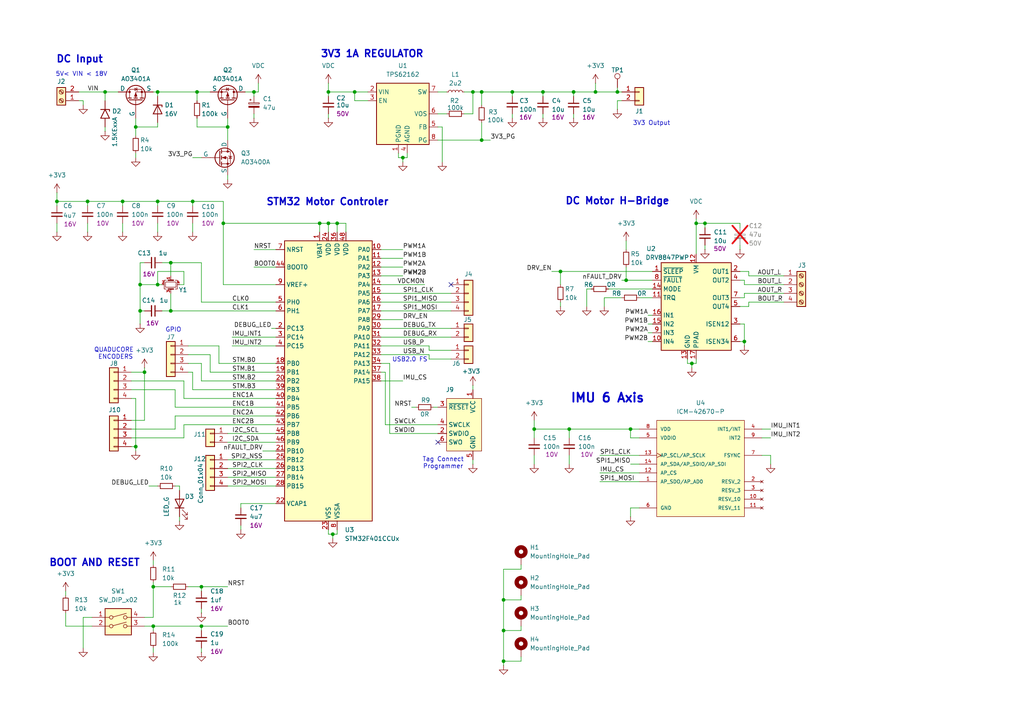
<source format=kicad_sch>
(kicad_sch (version 20231120) (generator "eeschema") (generator_version "8.0")
  (paper "A4")
  (junction (at 49.53 76.2))
  (junction (at 44.45 181.61))
  (junction (at 44.45 170.18))
  (junction (at 146.05 173.99))
  (junction (at 116.84 45.72))
  (junction (at 204.47 64.77))
  (junction (at 16.51 58.42))
  (junction (at 139.7 26.67))
  (junction (at 201.93 64.77))
  (junction (at 137.16 26.67))
  (junction (at 92.71 64.77))
  (junction (at 58.42 170.18))
  (junction (at 146.05 191.77))
  (junction (at 179.07 26.67))
  (junction (at 41.91 107.95))
  (junction (at 162.56 78.74))
  (junction (at 95.25 64.77))
  (junction (at 40.64 82.55))
  (junction (at 39.37 36.83))
  (junction (at 58.42 181.61))
  (junction (at 166.37 26.67))
  (junction (at 146.05 182.88))
  (junction (at 200.66 105.41))
  (junction (at 45.72 26.67))
  (junction (at 35.56 58.42))
  (junction (at 55.88 58.42))
  (junction (at 165.1 124.46))
  (junction (at 64.77 64.77))
  (junction (at 154.94 124.46))
  (junction (at 102.87 26.67))
  (junction (at 181.61 81.28))
  (junction (at 148.59 26.67))
  (junction (at 45.72 58.42))
  (junction (at 96.52 154.94))
  (junction (at 182.88 124.46))
  (junction (at 45.72 82.55))
  (junction (at 30.48 26.67))
  (junction (at 25.4 58.42))
  (junction (at 215.9 99.06))
  (junction (at 73.66 26.67))
  (junction (at 40.64 90.17))
  (junction (at 172.72 26.67))
  (junction (at 39.37 129.54))
  (junction (at 57.15 26.67))
  (junction (at 66.04 36.83))
  (junction (at 49.53 90.17))
  (junction (at 157.48 26.67))
  (junction (at 95.25 26.67))
  (junction (at 139.7 40.64))
  (junction (at 97.79 64.77))
  (no_connect (at 127 128.27))
  (no_connect (at 130.81 82.55))
  (wire (pts (xy 49.53 90.17) (xy 80.01 90.17)))
  (wire (pts (xy 53.34 110.49) (xy 53.34 115.57)))
  (wire (pts (xy 46.99 76.2) (xy 49.53 76.2)))
  (wire (pts (xy 157.48 26.67) (xy 166.37 26.67)))
  (wire (pts (xy 137.16 111.76) (xy 137.16 113.03)))
  (wire (pts (xy 139.7 26.67) (xy 148.59 26.67)))
  (wire (pts (xy 102.87 29.21) (xy 102.87 26.67)))
  (wire (pts (xy 64.77 82.55) (xy 80.01 82.55)))
  (wire (pts (xy 45.72 58.42) (xy 45.72 59.69)))
  (wire (pts (xy 45.72 82.55) (xy 46.99 82.55)))
  (wire (pts (xy 214.63 93.98) (xy 215.9 93.98)))
  (wire (pts (xy 182.88 124.46) (xy 185.42 124.46)))
  (wire (pts (xy 127 33.02) (xy 129.54 33.02)))
  (wire (pts (xy 53.34 82.55) (xy 53.34 78.74)))
  (wire (pts (xy 215.9 86.36) (xy 215.9 85.09)))
  (wire (pts (xy 39.37 115.57) (xy 38.1 115.57)))
  (wire (pts (xy 214.63 64.77) (xy 214.63 66.04)))
  (wire (pts (xy 217.17 87.63) (xy 227.33 87.63)))
  (wire (pts (xy 95.25 24.13) (xy 95.25 26.67)))
  (wire (pts (xy 92.71 64.77) (xy 92.71 67.31)))
  (wire (pts (xy 30.48 26.67) (xy 34.29 26.67)))
  (wire (pts (xy 124.46 104.14) (xy 130.81 104.14)))
  (wire (pts (xy 179.07 31.75) (xy 179.07 29.21)))
  (wire (pts (xy 151.13 173.99) (xy 146.05 173.99)))
  (wire (pts (xy 179.07 26.67) (xy 180.34 26.67)))
  (wire (pts (xy 95.25 26.67) (xy 102.87 26.67)))
  (wire (pts (xy 110.49 74.93) (xy 116.84 74.93)))
  (wire (pts (xy 44.45 168.91) (xy 44.45 170.18)))
  (wire (pts (xy 96.52 156.21) (xy 96.52 154.94)))
  (wire (pts (xy 53.34 123.19) (xy 80.01 123.19)))
  (wire (pts (xy 181.61 69.85) (xy 181.61 72.39)))
  (wire (pts (xy 55.88 58.42) (xy 55.88 59.69)))
  (wire (pts (xy 66.04 50.8) (xy 66.04 52.07)))
  (wire (pts (xy 52.07 149.86) (xy 52.07 151.13)))
  (wire (pts (xy 162.56 78.74) (xy 189.23 78.74)))
  (wire (pts (xy 170.18 83.82) (xy 171.45 83.82)))
  (wire (pts (xy 66.04 140.97) (xy 80.01 140.97)))
  (wire (pts (xy 66.04 135.89) (xy 80.01 135.89)))
  (wire (pts (xy 146.05 191.77) (xy 151.13 191.77)))
  (wire (pts (xy 44.45 26.67) (xy 45.72 26.67)))
  (wire (pts (xy 110.49 110.49) (xy 116.84 110.49)))
  (wire (pts (xy 182.88 124.46) (xy 182.88 127)))
  (wire (pts (xy 69.85 147.32) (xy 69.85 146.05)))
  (wire (pts (xy 50.8 113.03) (xy 38.1 113.03)))
  (wire (pts (xy 66.04 34.29) (xy 66.04 36.83)))
  (wire (pts (xy 111.76 107.95) (xy 110.49 107.95)))
  (wire (pts (xy 55.88 58.42) (xy 64.77 58.42)))
  (wire (pts (xy 214.63 99.06) (xy 215.9 99.06)))
  (wire (pts (xy 55.88 45.72) (xy 58.42 45.72)))
  (wire (pts (xy 95.25 33.02) (xy 95.25 34.29)))
  (wire (pts (xy 182.88 147.32) (xy 185.42 147.32)))
  (wire (pts (xy 22.86 26.67) (xy 30.48 26.67)))
  (wire (pts (xy 187.96 96.52) (xy 189.23 96.52)))
  (wire (pts (xy 217.17 80.01) (xy 227.33 80.01)))
  (wire (pts (xy 110.49 82.55) (xy 123.19 82.55)))
  (wire (pts (xy 187.96 93.98) (xy 189.23 93.98)))
  (wire (pts (xy 69.85 146.05) (xy 80.01 146.05)))
  (wire (pts (xy 214.63 86.36) (xy 215.9 86.36)))
  (wire (pts (xy 35.56 58.42) (xy 35.56 59.69)))
  (wire (pts (xy 25.4 58.42) (xy 35.56 58.42)))
  (wire (pts (xy 53.34 123.19) (xy 53.34 127)))
  (wire (pts (xy 151.13 191.77) (xy 151.13 190.5)))
  (wire (pts (xy 118.11 45.72) (xy 118.11 44.45)))
  (wire (pts (xy 40.64 93.98) (xy 40.64 90.17)))
  (wire (pts (xy 223.52 124.46) (xy 220.98 124.46)))
  (wire (pts (xy 146.05 165.1) (xy 146.05 173.99)))
  (wire (pts (xy 165.1 127) (xy 165.1 124.46)))
  (wire (pts (xy 38.1 107.95) (xy 41.91 107.95)))
  (wire (pts (xy 19.05 177.8) (xy 19.05 181.61)))
  (wire (pts (xy 215.9 85.09) (xy 227.33 85.09)))
  (wire (pts (xy 110.49 100.33) (xy 124.46 100.33)))
  (wire (pts (xy 40.64 76.2) (xy 40.64 82.55)))
  (wire (pts (xy 110.49 92.71) (xy 116.84 92.71)))
  (wire (pts (xy 50.8 124.46) (xy 50.8 120.65)))
  (wire (pts (xy 58.42 110.49) (xy 58.42 105.41)))
  (wire (pts (xy 52.07 82.55) (xy 53.34 82.55)))
  (wire (pts (xy 137.16 134.62) (xy 137.16 133.35)))
  (wire (pts (xy 100.33 64.77) (xy 100.33 67.31)))
  (wire (pts (xy 76.2 130.81) (xy 80.01 130.81)))
  (wire (pts (xy 44.45 182.88) (xy 44.45 181.61)))
  (wire (pts (xy 181.61 81.28) (xy 189.23 81.28)))
  (wire (pts (xy 173.99 132.08) (xy 185.42 132.08)))
  (wire (pts (xy 49.53 90.17) (xy 46.99 90.17)))
  (wire (pts (xy 39.37 36.83) (xy 45.72 36.83)))
  (wire (pts (xy 64.77 64.77) (xy 64.77 82.55)))
  (wire (pts (xy 110.49 87.63) (xy 130.81 87.63)))
  (wire (pts (xy 45.72 78.74) (xy 53.34 78.74)))
  (wire (pts (xy 179.07 25.4) (xy 179.07 26.67)))
  (wire (pts (xy 154.94 132.08) (xy 154.94 134.62)))
  (wire (pts (xy 165.1 124.46) (xy 182.88 124.46)))
  (wire (pts (xy 110.49 102.87) (xy 124.46 102.87)))
  (wire (pts (xy 40.64 76.2) (xy 41.91 76.2)))
  (wire (pts (xy 146.05 182.88) (xy 151.13 182.88)))
  (wire (pts (xy 44.45 170.18) (xy 44.45 179.07)))
  (wire (pts (xy 166.37 26.67) (xy 166.37 27.94)))
  (wire (pts (xy 71.12 26.67) (xy 73.66 26.67)))
  (wire (pts (xy 217.17 87.63) (xy 217.17 88.9)))
  (wire (pts (xy 95.25 64.77) (xy 95.25 67.31)))
  (wire (pts (xy 215.9 99.06) (xy 215.9 100.33)))
  (wire (pts (xy 124.46 101.6) (xy 130.81 101.6)))
  (wire (pts (xy 44.45 162.56) (xy 44.45 163.83)))
  (wire (pts (xy 73.66 33.02) (xy 73.66 34.29)))
  (wire (pts (xy 182.88 134.62) (xy 185.42 134.62)))
  (wire (pts (xy 115.57 45.72) (xy 116.84 45.72)))
  (wire (pts (xy 200.66 105.41) (xy 201.93 105.41)))
  (wire (pts (xy 57.15 26.67) (xy 57.15 29.21)))
  (wire (pts (xy 19.05 171.45) (xy 19.05 172.72)))
  (wire (pts (xy 44.45 181.61) (xy 58.42 181.61)))
  (wire (pts (xy 201.93 64.77) (xy 204.47 64.77)))
  (wire (pts (xy 110.49 97.79) (xy 130.81 97.79)))
  (wire (pts (xy 57.15 36.83) (xy 66.04 36.83)))
  (wire (pts (xy 175.26 86.36) (xy 180.34 86.36)))
  (wire (pts (xy 154.94 127) (xy 154.94 124.46)))
  (wire (pts (xy 38.1 124.46) (xy 50.8 124.46)))
  (wire (pts (xy 58.42 87.63) (xy 80.01 87.63)))
  (wire (pts (xy 113.03 105.41) (xy 113.03 125.73)))
  (wire (pts (xy 214.63 78.74) (xy 217.17 78.74)))
  (wire (pts (xy 63.5 105.41) (xy 80.01 105.41)))
  (wire (pts (xy 185.42 86.36) (xy 189.23 86.36)))
  (wire (pts (xy 19.05 181.61) (xy 26.67 181.61)))
  (wire (pts (xy 154.94 124.46) (xy 165.1 124.46)))
  (wire (pts (xy 30.48 26.67) (xy 30.48 29.21)))
  (wire (pts (xy 134.62 33.02) (xy 137.16 33.02)))
  (wire (pts (xy 41.91 107.95) (xy 41.91 121.92)))
  (wire (pts (xy 200.66 105.41) (xy 199.39 105.41)))
  (wire (pts (xy 166.37 26.67) (xy 172.72 26.67)))
  (wire (pts (xy 128.27 46.99) (xy 128.27 36.83)))
  (wire (pts (xy 116.84 46.99) (xy 116.84 45.72)))
  (wire (pts (xy 204.47 71.12) (xy 204.47 72.39)))
  (wire (pts (xy 49.53 85.09) (xy 49.53 90.17)))
  (wire (pts (xy 96.52 154.94) (xy 97.79 154.94)))
  (wire (pts (xy 187.96 91.44) (xy 189.23 91.44)))
  (wire (pts (xy 64.77 64.77) (xy 92.71 64.77)))
  (wire (pts (xy 43.18 140.97) (xy 45.72 140.97)))
  (wire (pts (xy 25.4 67.31) (xy 25.4 64.77)))
  (wire (pts (xy 119.38 118.11) (xy 120.65 118.11)))
  (wire (pts (xy 148.59 26.67) (xy 157.48 26.67)))
  (wire (pts (xy 181.61 77.47) (xy 181.61 81.28)))
  (wire (pts (xy 157.48 26.67) (xy 157.48 27.94)))
  (wire (pts (xy 67.31 100.33) (xy 80.01 100.33)))
  (wire (pts (xy 215.9 93.98) (xy 215.9 99.06)))
  (wire (pts (xy 151.13 182.88) (xy 151.13 181.61)))
  (wire (pts (xy 139.7 40.64) (xy 139.7 35.56)))
  (wire (pts (xy 151.13 173.99) (xy 151.13 172.72)))
  (wire (pts (xy 97.79 154.94) (xy 97.79 153.67)))
  (wire (pts (xy 173.99 139.7) (xy 185.42 139.7)))
  (wire (pts (xy 63.5 100.33) (xy 54.61 100.33)))
  (wire (pts (xy 173.99 137.16) (xy 185.42 137.16)))
  (wire (pts (xy 162.56 88.9) (xy 162.56 87.63)))
  (wire (pts (xy 35.56 67.31) (xy 35.56 64.77)))
  (wire (pts (xy 201.93 63.5) (xy 201.93 64.77)))
  (wire (pts (xy 179.07 29.21) (xy 180.34 29.21)))
  (wire (pts (xy 92.71 64.77) (xy 95.25 64.77)))
  (wire (pts (xy 58.42 110.49) (xy 80.01 110.49)))
  (wire (pts (xy 151.13 165.1) (xy 151.13 163.83)))
  (wire (pts (xy 110.49 90.17) (xy 130.81 90.17)))
  (wire (pts (xy 58.42 181.61) (xy 58.42 182.88)))
  (wire (pts (xy 66.04 133.35) (xy 80.01 133.35)))
  (wire (pts (xy 139.7 40.64) (xy 142.24 40.64)))
  (wire (pts (xy 38.1 127) (xy 53.34 127)))
  (wire (pts (xy 45.72 26.67) (xy 57.15 26.67)))
  (wire (pts (xy 58.42 87.63) (xy 58.42 76.2)))
  (wire (pts (xy 41.91 107.95) (xy 41.91 106.68)))
  (wire (pts (xy 100.33 64.77) (xy 97.79 64.77)))
  (wire (pts (xy 214.63 88.9) (xy 217.17 88.9)))
  (wire (pts (xy 223.52 132.08) (xy 223.52 134.62)))
  (wire (pts (xy 60.96 107.95) (xy 80.01 107.95)))
  (wire (pts (xy 50.8 120.65) (xy 80.01 120.65)))
  (wire (pts (xy 39.37 34.29) (xy 39.37 36.83)))
  (wire (pts (xy 16.51 58.42) (xy 16.51 59.69)))
  (wire (pts (xy 60.96 107.95) (xy 60.96 102.87)))
  (wire (pts (xy 137.16 26.67) (xy 139.7 26.67)))
  (wire (pts (xy 215.9 81.28) (xy 215.9 82.55)))
  (wire (pts (xy 113.03 125.73) (xy 127 125.73)))
  (wire (pts (xy 220.98 132.08) (xy 223.52 132.08)))
  (wire (pts (xy 58.42 181.61) (xy 66.04 181.61)))
  (wire (pts (xy 204.47 64.77) (xy 214.63 64.77)))
  (wire (pts (xy 45.72 78.74) (xy 45.72 82.55)))
  (wire (pts (xy 110.49 95.25) (xy 130.81 95.25)))
  (wire (pts (xy 113.03 105.41) (xy 110.49 105.41)))
  (wire (pts (xy 63.5 105.41) (xy 63.5 100.33)))
  (wire (pts (xy 182.88 149.86) (xy 182.88 147.32)))
  (wire (pts (xy 39.37 129.54) (xy 39.37 115.57)))
  (wire (pts (xy 146.05 173.99) (xy 146.05 182.88)))
  (wire (pts (xy 115.57 44.45) (xy 115.57 45.72)))
  (wire (pts (xy 35.56 58.42) (xy 45.72 58.42)))
  (wire (pts (xy 45.72 58.42) (xy 55.88 58.42)))
  (wire (pts (xy 40.64 82.55) (xy 45.72 82.55)))
  (wire (pts (xy 160.02 78.74) (xy 162.56 78.74)))
  (wire (pts (xy 102.87 26.67) (xy 106.68 26.67)))
  (wire (pts (xy 25.4 58.42) (xy 25.4 59.69)))
  (wire (pts (xy 199.39 104.14) (xy 199.39 105.41)))
  (wire (pts (xy 166.37 33.02) (xy 166.37 34.29)))
  (wire (pts (xy 54.61 170.18) (xy 58.42 170.18)))
  (wire (pts (xy 217.17 78.74) (xy 217.17 80.01)))
  (wire (pts (xy 39.37 130.81) (xy 39.37 129.54)))
  (wire (pts (xy 53.34 110.49) (xy 38.1 110.49)))
  (wire (pts (xy 162.56 78.74) (xy 162.56 82.55)))
  (wire (pts (xy 124.46 102.87) (xy 124.46 104.14)))
  (wire (pts (xy 146.05 182.88) (xy 146.05 191.77)))
  (wire (pts (xy 110.49 80.01) (xy 116.84 80.01)))
  (wire (pts (xy 66.04 125.73) (xy 80.01 125.73)))
  (wire (pts (xy 66.04 128.27) (xy 80.01 128.27)))
  (wire (pts (xy 124.46 100.33) (xy 124.46 101.6)))
  (wire (pts (xy 16.51 58.42) (xy 25.4 58.42)))
  (wire (pts (xy 54.61 107.95) (xy 55.88 107.95)))
  (wire (pts (xy 73.66 77.47) (xy 80.01 77.47)))
  (wire (pts (xy 66.04 138.43) (xy 80.01 138.43)))
  (wire (pts (xy 111.76 123.19) (xy 127 123.19)))
  (wire (pts (xy 53.34 115.57) (xy 80.01 115.57)))
  (wire (pts (xy 127 40.64) (xy 139.7 40.64)))
  (wire (pts (xy 137.16 26.67) (xy 137.16 33.02)))
  (wire (pts (xy 39.37 36.83) (xy 39.37 39.37)))
  (wire (pts (xy 24.13 179.07) (xy 26.67 179.07)))
  (wire (pts (xy 55.88 113.03) (xy 80.01 113.03)))
  (wire (pts (xy 30.48 38.1) (xy 30.48 36.83)))
  (wire (pts (xy 110.49 72.39) (xy 116.84 72.39)))
  (wire (pts (xy 24.13 29.21) (xy 24.13 30.48)))
  (wire (pts (xy 16.51 55.88) (xy 16.51 58.42)))
  (wire (pts (xy 45.72 67.31) (xy 45.72 64.77)))
  (wire (pts (xy 128.27 36.83) (xy 127 36.83)))
  (wire (pts (xy 73.66 72.39) (xy 80.01 72.39)))
  (wire (pts (xy 60.96 102.87) (xy 54.61 102.87)))
  (wire (pts (xy 148.59 26.67) (xy 148.59 27.94)))
  (wire (pts (xy 185.42 127) (xy 182.88 127)))
  (wire (pts (xy 64.77 58.42) (xy 64.77 64.77)))
  (wire (pts (xy 45.72 35.56) (xy 45.72 36.83)))
  (wire (pts (xy 148.59 33.02) (xy 148.59 34.29)))
  (wire (pts (xy 110.49 77.47) (xy 116.84 77.47)))
  (wire (pts (xy 66.04 36.83) (xy 66.04 40.64)))
  (wire (pts (xy 134.62 26.67) (xy 137.16 26.67)))
  (wire (pts (xy 50.8 113.03) (xy 50.8 118.11)))
  (wire (pts (xy 95.25 27.94) (xy 95.25 26.67)))
  (wire (pts (xy 95.25 154.94) (xy 95.25 153.67)))
  (wire (pts (xy 44.45 179.07) (xy 41.91 179.07)))
  (wire (pts (xy 44.45 170.18) (xy 49.53 170.18)))
  (wire (pts (xy 58.42 170.18) (xy 66.04 170.18)))
  (wire (pts (xy 40.64 82.55) (xy 40.64 90.17)))
  (wire (pts (xy 172.72 26.67) (xy 179.07 26.67)))
  (wire (pts (xy 223.52 127) (xy 220.98 127)))
  (wire (pts (xy 201.93 105.41) (xy 201.93 104.14)))
  (wire (pts (xy 58.42 76.2) (xy 49.53 76.2)))
  (wire (pts (xy 127 26.67) (xy 129.54 26.67)))
  (wire (pts (xy 55.88 107.95) (xy 55.88 113.03)))
  (wire (pts (xy 58.42 105.41) (xy 54.61 105.41)))
  (wire (pts (xy 215.9 82.55) (xy 227.33 82.55)))
  (wire (pts (xy 58.42 176.53) (xy 58.42 177.8)))
  (wire (pts (xy 125.73 118.11) (xy 127 118.11)))
  (wire (pts (xy 214.63 71.12) (xy 214.63 72.39)))
  (wire (pts (xy 95.25 64.77) (xy 97.79 64.77)))
  (wire (pts (xy 175.26 86.36) (xy 175.26 88.9)))
  (wire (pts (xy 204.47 64.77) (xy 204.47 66.04)))
  (wire (pts (xy 157.48 33.02) (xy 157.48 34.29)))
  (wire (pts (xy 74.93 24.13) (xy 74.93 26.67)))
  (wire (pts (xy 52.07 140.97) (xy 50.8 140.97)))
  (wire (pts (xy 58.42 187.96) (xy 58.42 189.23)))
  (wire (pts (xy 67.31 97.79) (xy 80.01 97.79)))
  (wire (pts (xy 116.84 45.72) (xy 118.11 45.72)))
  (wire (pts (xy 52.07 142.24) (xy 52.07 140.97)))
  (wire (pts (xy 57.15 26.67) (xy 60.96 26.67)))
  (wire (pts (xy 172.72 24.13) (xy 172.72 26.67)))
  (wire (pts (xy 200.66 106.68) (xy 200.66 105.41)))
  (wire (pts (xy 201.93 64.77) (xy 201.93 73.66)))
  (wire (pts (xy 139.7 26.67) (xy 139.7 30.48)))
  (wire (pts (xy 111.76 123.19) (xy 111.76 107.95)))
  (wire (pts (xy 24.13 29.21) (xy 22.86 29.21)))
  (wire (pts (xy 41.91 181.61) (xy 44.45 181.61)))
  (wire (pts (xy 40.64 90.17) (xy 41.91 90.17)))
  (wire (pts (xy 110.49 85.09) (xy 130.81 85.09)))
  (wire (pts (xy 170.18 83.82) (xy 170.18 88.9)))
  (wire (pts (xy 50.8 118.11) (xy 80.01 118.11)))
  (wire (pts (xy 146.05 191.77) (xy 146.05 193.04)))
  (wire (pts (xy 180.34 81.28) (xy 181.61 81.28)))
  (wire (pts (xy 106.68 29.21) (xy 102.87 29.21)))
  (wire (pts (xy 154.94 121.92) (xy 154.94 124.46)))
  (wire (pts (xy 45.72 26.67) (xy 45.72 27.94)))
  (wire (pts (xy 57.15 34.29) (xy 57.15 36.83)))
  (wire (pts (xy 96.52 154.94) (xy 95.25 154.94)))
  (wire (pts (xy 73.66 26.67) (xy 74.93 26.67)))
  (wire (pts (xy 16.51 67.31) (xy 16.51 64.77)))
  (wire (pts (xy 39.37 129.54) (xy 38.1 129.54)))
  (wire (pts (xy 176.53 83.82) (xy 189.23 83.82)))
  (wire (pts (xy 44.45 189.23) (xy 44.45 187.96)))
  (wire (pts (xy 73.66 27.94) (xy 73.66 26.67)))
  (wire (pts (xy 187.96 99.06) (xy 189.23 99.06)))
  (wire (pts (xy 55.88 67.31) (xy 55.88 64.77)))
  (wire (pts (xy 97.79 64.77) (xy 97.79 67.31)))
  (wire (pts (xy 78.74 95.25) (xy 80.01 95.25)))
  (wire (pts (xy 165.1 132.08) (xy 165.1 134.62)))
  (wire (pts (xy 39.37 44.45) (xy 39.37 45.72)))
  (wire (pts (xy 151.13 165.1) (xy 146.05 165.1)))
  (wire (pts (xy 49.53 76.2) (xy 49.53 80.01)))
  (wire (pts (xy 24.13 187.96) (xy 24.13 179.07)))
  (wire (pts (xy 69.85 152.4) (xy 69.85 153.67)))
  (wire (pts (xy 41.91 121.92) (xy 38.1 121.92)))
  (wire (pts (xy 214.63 81.28) (xy 215.9 81.28)))
  (wire (pts (xy 58.42 170.18) (xy 58.42 171.45)))
  (text "IMU 6 Axis" (at 165.354 117.094 0) (effects (font (size 2.6 2.6) (thickness 0.52) (bold yes)) (justify left bottom)))
  (text "USB2.0 FS" (at 118.872 104.394 0) (effects (font (size 1.27 1.27))))
  (text "DC Motor H-Bridge\n" (at 179.07 58.42 0) (effects (font (size 2.032 2.032) (thickness 0.4064) (bold yes))))
  (text "QUADUCORE \nENCODERS" (at 33.528 102.616 0) (effects (font (size 1.27 1.27))))
  (text "BOOT AND RESET\n" (at 27.432 163.322 0) (effects (font (size 2.032 2.032) (thickness 0.4064) (bold yes))))
  (text "Tag Connect\nProgrammer" (at 128.524 134.366 0) (effects (font (size 1.27 1.27))))
  (text "3V3 Output\n" (at 188.976 35.814 0) (effects (font (size 1.27 1.27))))
  (text "DC Input\n" (at 23.114 17.272 0) (effects (font (size 2.032 2.032) (thickness 0.4064) (bold yes))))
  (text "5V< VIN < 18V " (at 24.13 21.59 0) (effects (font (size 1.27 1.27))))
  (text "GPIO" (at 50.292 95.758 0) (effects (font (size 1.27 1.27))))
  (text "3V3 1A REGULATOR" (at 107.95 15.748 0) (effects (font (size 2.032 2.032) (thickness 0.4064) (bold yes))))
  (text "STM32 Motor Controler" (at 94.996 58.674 0) (effects (font (size 2.032 2.032) (thickness 0.4064) (bold yes))))
  (label "3V3_PG" (at 55.88 45.72 180))
  (label "PWM2B" (at 187.96 99.06 180))
  (label "STM.B1" (at 67.31 107.95 0))
  (label "AOUT_R" (at 219.71 85.09 0))
  (label "ENC1B" (at 67.31 118.11 0))
  (label "AOUT_L" (at 219.71 80.01 0))
  (label "DRV_EN" (at 116.84 92.71 0))
  (label "SPI1_MISO" (at 182.88 134.62 180))
  (label "IMU_INT1" (at 67.31 97.79 0))
  (label "BOUT_R" (at 219.71 87.63 0))
  (label "SPI1_MOSI" (at 116.84 90.17 0))
  (label "PWM1A" (at 116.84 72.39 0))
  (label "DRV_EN" (at 160.02 78.74 180))
  (label "ENC2A" (at 67.31 120.65 0))
  (label "VIN" (at 25.4 26.67 0))
  (label "PWM2B" (at 116.84 80.01 0))
  (label "BOUT_L" (at 219.71 82.55 0))
  (label "SPI1_CLK" (at 116.84 85.09 0))
  (label "NRST" (at 73.66 72.39 0))
  (label "STM.B0" (at 67.31 105.41 0))
  (label "I2C_SDA" (at 67.31 128.27 0))
  (label "IMU_INT2" (at 223.52 127 0))
  (label "ENC1A" (at 67.31 115.57 0))
  (label "IMU_INT1" (at 223.52 124.46 0))
  (label "nFAULT_DRV" (at 180.34 81.28 180))
  (label "PWM2A" (at 187.96 96.52 180))
  (label "PWM2A" (at 116.84 77.47 0))
  (label "PWM1A" (at 187.96 91.44 180))
  (label "IMU_INT2" (at 67.31 100.33 0))
  (label "SPI2_CLK" (at 67.31 135.89 0))
  (label "SPI2_MISO" (at 67.31 138.43 0))
  (label "SPI2_MOSI" (at 67.31 140.97 0))
  (label "BOOT0" (at 66.04 181.61 0))
  (label "STM.B3" (at 67.31 113.03 0))
  (label "CLK1" (at 67.31 90.17 0))
  (label "SPI1_MOSI" (at 173.99 139.7 0))
  (label "SPI1_MISO" (at 116.84 87.63 0))
  (label "BOOT0" (at 73.66 77.47 0))
  (label "DEBUG_RX" (at 116.84 97.79 0))
  (label "NRST" (at 66.04 170.18 0))
  (label "SWDIO" (at 114.3 125.73 0))
  (label "SPI1_CLK" (at 173.99 132.08 0))
  (label "SPI2_NSS" (at 76.2 133.35 180))
  (label "DEBUG_LED" (at 43.18 140.97 180))
  (label "IMU_CS" (at 116.84 110.49 0))
  (label "DEBUG_LED" (at 78.74 95.25 180))
  (label "NRST" (at 119.38 118.11 180))
  (label "PWM1B" (at 116.84 74.93 0))
  (label "STM.B2" (at 67.31 110.49 0))
  (label "CLK0" (at 67.31 87.63 0))
  (label "nFAULT_DRV" (at 76.2 130.81 180))
  (label "3V3_PG" (at 142.24 40.64 0))
  (label "DEBUG_TX" (at 116.84 95.25 0))
  (label "PWM2B" (at 116.84 80.01 0))
  (label "IMU_CS" (at 173.99 137.16 0))
  (label "USB_N" (at 116.84 102.87 0))
  (label "SWCLK" (at 114.3 123.19 0))
  (label "PWM1B" (at 187.96 93.98 180))
  (label "USB_P" (at 116.84 100.33 0))
  (label "ENC2B" (at 67.31 123.19 0))
  (label "VDCMON" (at 123.19 82.55 180))
  (label "I2C_SCL" (at 67.31 125.73 0))
  (symbol (lib_id "Simulation_SPICE:PMOS") (at 39.37 29.21 90) (unit 1)
    (property "Reference" "Q1" (at 39.37 20.32 90))
    (property "Value" "AO3401A" (at 39.37 22.86 90))
    (property "Footprint" "Package_TO_SOT_SMD:TSOT-23" (effects (hide yes)))
    (property "Datasheet" "30V 4A 44mΩ@10V,4.3A 1.4W 1.3V@250uA 1PCSPChannel SOT-23 MOSFETs ROHS" (effects (hide yes)))
    (property "Description" "30V 4A 44mΩ@10V,4.3A 1.4W 1.3V@250uA 1PCSPChannel SOT-23 MOSFETs ROHS" (effects (hide yes)))
    (property "JLC_PN" "C15127" (effects (hide yes)))
    (property "MFN" "Alpha & Omega Semicon " (effects (hide yes)))
    (property "MPN" "AO3401A" (effects (hide yes)))
  )
  (symbol (lib_name "C_Small_2") (lib_id "Device:C_Small") (at 166.37 30.48 0) (unit 1)
    (property "Reference" "C5" (at 168.91 29.2162 0) (effects (justify left)))
    (property "Value" "10u" (at 168.91 31.7562 0) (effects (justify left)))
    (property "Footprint" "Capacitor_SMD:C_0603_1608Metric" (effects (hide yes)))
    (property "Description" "Unpolarized capacitor, small symbol" (effects (hide yes)))
    (property "Voltage" "16V" (at 170.688 34.036 0))
  )
  (symbol (lib_id "power:GND") (at 69.85 153.67 0) (unit 1)
    (property "Reference" "#PWR042" (effects (hide yes)))
    (property "Value" "GND" (effects (hide yes)))
    (property "Description" "Power symbol creates a global label with name \"GND\" , ground" (effects (hide yes)))
  )
  (symbol (lib_id "power:GND") (at 148.59 34.29 0) (unit 1)
    (property "Reference" "#PWR08" (effects (hide yes)))
    (property "Value" "GND" (effects (hide yes)))
    (property "Description" "Power symbol creates a global label with name \"GND\" , ground" (effects (hide yes)))
  )
  (symbol (lib_id "Device:R_Small") (at 181.61 74.93 180) (unit 1)
    (property "Reference" "R5" (at 182.88 73.66 0) (effects (justify right)))
    (property "Value" "10k" (at 182.88 76.2 0) (effects (justify right)))
    (property "Footprint" "Resistor_SMD:R_0402_1005Metric" (effects (hide yes)))
    (property "Description" "Resistor, small symbol" (effects (hide yes)))
    (property "Tollerance" "1%" (effects (hide yes)))
  )
  (symbol (lib_id "Device:C_Polarized_Small") (at 73.66 30.48 0) (unit 1)
    (property "Reference" "C1" (at 76.2 28.6638 0) (effects (justify left)))
    (property "Value" "47u" (at 76.2 31.2038 0) (effects (justify left)))
    (property "Footprint" "Capacitor_SMD:C_0805_2012Metric" (effects (hide yes)))
    (property "Description" "Polarized capacitor, small symbol" (effects (hide yes)))
    (property "Voltage" "50V" (effects (hide yes)))
  )
  (symbol (lib_id "Regulator_Switching:TPS62162") (at 116.84 34.29 0) (unit 1)
    (property "Reference" "U1" (at 116.84 19.05 0))
    (property "Value" "TPS62162" (at 116.84 21.59 0))
    (property "Footprint" "Package_SO:MSOP-8_3x3mm_P0.65mm" (effects (hide yes)))
    (property "Datasheet" "http://www.ti.com/lit/ds/symlink/tps62160.pdf" (effects (hide yes)))
    (property "Description" "1A Step-Down Converter with DCS-Control, adjustable output, 3-17V input voltage, VSSOP-8" (effects (hide yes)))
    (property "MFN" "TPS62162" (effects (hide yes)))
  )
  (symbol (lib_id "Device:C_Small") (at 165.1 129.54 0) (unit 1)
    (property "Reference" "C16" (at 167.64 127 0) (effects (justify left)))
    (property "Value" "100n" (at 167.64 129.54 0) (effects (justify left)))
    (property "Footprint" "Capacitor_SMD:C_0402_1005Metric" (effects (hide yes)))
    (property "Description" "Unpolarized capacitor, small symbol" (effects (hide yes)))
    (property "Voltage" "10V" (at 170.18 131.826 0))
  )
  (symbol (lib_id "power:GND") (at 175.26 88.9 0) (unit 1)
    (property "Reference" "#PWR028" (effects (hide yes)))
    (property "Value" "GND" (effects (hide yes)))
    (property "Description" "Power symbol creates a global label with name \"GND\" , ground" (effects (hide yes)))
  )
  (symbol (lib_id "Connector:Screw_Terminal_01x04") (at 232.41 82.55 0) (unit 1)
    (property "Reference" "J3" (at 231.394 76.962 0) (effects (justify left)))
    (property "Value" "Conn_01x04" (effects (hide yes)))
    (property "Footprint" "TerminalBlock:TerminalBlock_Altech_AK300-4_P5.00mm" (effects (hide yes)))
    (property "Description" "Generic screw terminal, single row, 01x04, script generated (kicad-library-utils/schlib/autogen/connector/)" (effects (hide yes)))
  )
  (symbol (lib_id "power:GND") (at 200.66 106.68 0) (unit 1)
    (property "Reference" "#PWR032" (effects (hide yes)))
    (property "Value" "GND" (effects (hide yes)))
    (property "Description" "Power symbol creates a global label with name \"GND\" , ground" (effects (hide yes)))
  )
  (symbol (lib_id "power:GND") (at 96.52 156.21 0) (unit 1)
    (property "Reference" "#PWR043" (effects (hide yes)))
    (property "Value" "GND" (effects (hide yes)))
    (property "Description" "Power symbol creates a global label with name \"GND\" , ground" (effects (hide yes)))
  )
  (symbol (lib_id "power:GND") (at 214.63 72.39 0) (unit 1)
    (property "Reference" "#PWR025" (effects (hide yes)))
    (property "Value" "GND" (effects (hide yes)))
    (property "Description" "Power symbol creates a global label with name \"GND\" , ground" (effects (hide yes)))
  )
  (symbol (lib_id "power:GND") (at 35.56 67.31 0) (unit 1)
    (property "Reference" "#PWR020" (effects (hide yes)))
    (property "Value" "GND" (effects (hide yes)))
    (property "Description" "Power symbol creates a global label with name \"GND\" , ground" (effects (hide yes)))
  )
  (symbol (lib_id "power:GND") (at 204.47 72.39 0) (unit 1)
    (property "Reference" "#PWR024" (effects (hide yes)))
    (property "Value" "GND" (effects (hide yes)))
    (property "Description" "Power symbol creates a global label with name \"GND\" , ground" (effects (hide yes)))
  )
  (symbol (lib_id "Device:C_Small") (at 16.51 62.23 0) (unit 1)
    (property "Reference" "C6" (at 18.288 59.69 0) (effects (justify left)))
    (property "Value" "4u7" (at 18.288 62.4903 0) (effects (justify left)))
    (property "Footprint" "Capacitor_SMD:C_0603_1608Metric" (effects (hide yes)))
    (property "Description" "Unpolarized capacitor, small symbol" (effects (hide yes)))
    (property "Voltage" "16V" (at 20.32 65.024 0))
  )
  (symbol (lib_id "Device:R_Small") (at 57.15 31.75 0) (unit 1)
    (property "Reference" "R1" (at 58.42 30.48 0) (effects (justify left)))
    (property "Value" "100k" (at 58.42 33.02 0) (effects (justify left)))
    (property "Footprint" "Resistor_SMD:R_0402_1005Metric" (effects (hide yes)))
    (property "Description" "Resistor, small symbol" (effects (hide yes)))
    (property "Tollerance" "1%" (effects (hide yes)))
  )
  (symbol (lib_id "Device:C_Small") (at 35.56 62.23 0) (unit 1)
    (property "Reference" "C8" (at 38.1 59.6962 0) (effects (justify left)))
    (property "Value" "100n" (at 38.1 62.2362 0) (effects (justify left)))
    (property "Footprint" "Capacitor_SMD:C_0402_1005Metric" (effects (hide yes)))
    (property "Description" "Unpolarized capacitor, small symbol" (effects (hide yes)))
    (property "Voltage" "10V" (at 38.1 64.7762 0) (effects (justify left)))
  )
  (symbol (lib_id "Device:R_Small") (at 182.88 86.36 270) (unit 1)
    (property "Reference" "R8" (at 178.816 85.09 90))
    (property "Value" "0R" (at 186.182 85.09 90))
    (property "Footprint" "Resistor_SMD:R_0402_1005Metric" (effects (hide yes)))
    (property "Description" "Resistor, small symbol" (effects (hide yes)))
    (property "Tollerance" "1%" (effects (hide yes)))
  )
  (symbol (lib_id "power:+3V3") (at 154.94 121.92 0) (unit 1)
    (property "Reference" "#PWR034" (effects (hide yes)))
    (property "Value" "+3V3" (at 154.94 116.84 0))
    (property "Description" "Power symbol creates a global label with name \"+3V3\"" (effects (hide yes)))
  )
  (symbol (lib_id "power:+3V3") (at 19.05 171.45 0) (unit 1)
    (property "Reference" "#PWR045" (effects (hide yes)))
    (property "Value" "+3V3" (at 19.05 166.37 0))
    (property "Description" "Power symbol creates a global label with name \"+3V3\"" (effects (hide yes)))
  )
  (symbol (lib_id "power:GND") (at 58.42 189.23 0) (unit 1)
    (property "Reference" "#PWR049" (effects (hide yes)))
    (property "Value" "GND" (effects (hide yes)))
    (property "Description" "Power symbol creates a global label with name \"GND\" , ground" (effects (hide yes)))
  )
  (symbol (lib_id "power:GND") (at 44.45 189.23 0) (unit 1)
    (property "Reference" "#PWR048" (effects (hide yes)))
    (property "Value" "GND" (effects (hide yes)))
    (property "Description" "Power symbol creates a global label with name \"GND\" , ground" (effects (hide yes)))
  )
  (symbol (lib_id "power:GND") (at 58.42 177.8 0) (unit 1)
    (property "Reference" "#PWR046" (effects (hide yes)))
    (property "Value" "GND" (effects (hide yes)))
    (property "Description" "Power symbol creates a global label with name \"GND\" , ground" (effects (hide yes)))
  )
  (symbol (lib_name "DRV8847PWP_1") (lib_id "Driver_Motor:DRV8847PWP") (at 201.93 88.9 0) (unit 1)
    (property "Reference" "U2" (at 187.452 72.136 0) (effects (justify left)))
    (property "Value" "DRV8847PWP" (at 187.198 74.676 0) (effects (justify left)))
    (property "Footprint" "Package_SO:HTSSOP-16-1EP_4.4x5mm_P0.65mm_EP3.4x5mm_Mask2.46x2.31mm_ThermalVias" (effects (hide yes)))
    (property "Datasheet" "https://www.ti.com/lit/ds/symlink/drv8847.pdf" (effects (hide yes)))
    (property "Description" "Dual H-Bridge Motor Driver, 1A, HTSSOP-16" (effects (hide yes)))
    (property "MFN" "DRV8847PWP" (effects (hide yes)))
  )
  (symbol (lib_id "power:GND") (at 154.94 134.62 0) (unit 1)
    (property "Reference" "#PWR037" (effects (hide yes)))
    (property "Value" "GND" (effects (hide yes)))
    (property "Description" "Power symbol creates a global label with name \"GND\" , ground" (effects (hide yes)))
  )
  (symbol (lib_id "Device:L_Small") (at 132.08 26.67 90) (unit 1)
    (property "Reference" "L1" (at 132.08 21.59 90))
    (property "Value" "2u2" (at 132.08 24.13 90))
    (property "Footprint" "Inductor_SMD:L_0603_1608Metric" (effects (hide yes)))
    (property "Description" "Inductor, small symbol" (effects (hide yes)))
  )
  (symbol (lib_id "power:+3V3") (at 41.91 106.68 0) (mirror y) (unit 1)
    (property "Reference" "#PWR031" (effects (hide yes)))
    (property "Value" "+3V3" (at 41.91 101.6 0))
    (property "Description" "Power symbol creates a global label with name \"+3V3\"" (effects (hide yes)))
  )
  (symbol (lib_id "Device:C_Small") (at 58.42 185.42 0) (unit 1)
    (property "Reference" "C19" (at 60.96 183.896 0) (effects (justify left)))
    (property "Value" "1u" (at 60.96 186.436 0) (effects (justify left)))
    (property "Footprint" "Capacitor_SMD:C_0402_1005Metric" (effects (hide yes)))
    (property "Description" "Unpolarized capacitor, small symbol" (effects (hide yes)))
    (property "Voltage" "16V" (at 60.96 188.976 0) (effects (justify left)))
  )
  (symbol (lib_id "power:GND") (at 165.1 134.62 0) (unit 1)
    (property "Reference" "#PWR038" (effects (hide yes)))
    (property "Value" "GND" (effects (hide yes)))
    (property "Description" "Power symbol creates a global label with name \"GND\" , ground" (effects (hide yes)))
  )
  (symbol (lib_id "power:GND") (at 73.66 34.29 0) (unit 1)
    (property "Reference" "#PWR06" (effects (hide yes)))
    (property "Value" "GND" (effects (hide yes)))
    (property "Description" "Power symbol creates a global label with name \"GND\" , ground" (effects (hide yes)))
  )
  (symbol (lib_id "Connector_Generic:Conn_01x04") (at 49.53 102.87 0) (mirror y) (unit 1)
    (property "Reference" "J7" (at 49.53 97.79 0))
    (property "Value" "Conn_01x04" (effects (hide yes)))
    (property "Footprint" "Connector_JST:JST_XH_B4B-XH-A_1x04_P2.50mm_Vertical" (effects (hide yes)))
    (property "Description" "Generic connector, single row, 01x04, script generated (kicad-library-utils/schlib/autogen/connector/)" (effects (hide yes)))
  )
  (symbol (lib_id "power:GND") (at 128.27 46.99 0) (unit 1)
    (property "Reference" "#PWR014" (effects (hide yes)))
    (property "Value" "GND" (effects (hide yes)))
    (property "Description" "Power symbol creates a global label with name \"GND\" , ground" (effects (hide yes)))
  )
  (symbol (lib_id "power:GND") (at 39.37 130.81 0) (mirror y) (unit 1)
    (property "Reference" "#PWR035" (effects (hide yes)))
    (property "Value" "GND" (effects (hide yes)))
    (property "Description" "Power symbol creates a global label with name \"GND\" , ground" (effects (hide yes)))
  )
  (symbol (lib_id "Simulation_SPICE:NMOS") (at 63.5 45.72 0) (unit 1)
    (property "Reference" "Q3" (at 69.85 44.4499 0) (effects (justify left)))
    (property "Value" "AO3400A" (at 69.85 46.9899 0) (effects (justify left)))
    (property "Footprint" "Package_TO_SOT_SMD:TSOT-23" (effects (hide yes)))
    (property "Datasheet" "https://wmsc.lcsc.com/wmsc/upload/file/pdf/v2/lcsc/1811081213_Alpha---Omega-Semicon-AO3400A_C20917.pdf" (effects (hide yes)))
    (property "Description" "30V 5.7A 26.5mΩ@10V,5.7A 1.4W 1.5V@250uA 1PCSNChannel SOT-23-3L MOSFETs ROHS " (effects (hide yes)))
    (property "JLC_PN" "C20917" (effects (hide yes)))
    (property "MFN" "Alpha & Omega Semicon " (effects (hide yes)))
    (property "MPN" "AO3400A" (effects (hide yes)))
  )
  (symbol (lib_id "Device:C_Small") (at 69.85 149.86 0) (unit 1)
    (property "Reference" "C17" (at 72.39 147.3262 0) (effects (justify left)))
    (property "Value" "4u7" (at 72.39 149.8662 0) (effects (justify left)))
    (property "Footprint" "Capacitor_SMD:C_0603_1608Metric" (effects (hide yes)))
    (property "Description" "Unpolarized capacitor, small symbol" (effects (hide yes)))
    (property "Voltage" "16V" (at 72.39 152.4062 0) (effects (justify left)))
  )
  (symbol (lib_id "Device:C_Small") (at 55.88 62.23 0) (unit 1)
    (property "Reference" "C10" (at 58.42 59.944 0) (effects (justify left)))
    (property "Value" "100n" (at 58.42 62.2362 0) (effects (justify left)))
    (property "Footprint" "Capacitor_SMD:C_0402_1005Metric" (effects (hide yes)))
    (property "Description" "Unpolarized capacitor, small symbol" (effects (hide yes)))
    (property "Voltage" "10V" (at 58.42 64.7762 0) (effects (justify left)))
  )
  (symbol (lib_id "Connector_Generic:Conn_01x02") (at 135.89 95.25 0) (unit 1)
    (property "Reference" "J5" (at 135.636 92.71 0))
    (property "Value" "Conn_01x02" (effects (hide yes)))
    (property "Footprint" "Connector_JST:JST_XH_B2B-XH-A_1x02_P2.50mm_Vertical" (effects (hide yes)))
    (property "Description" "Generic connector, single row, 01x02, script generated (kicad-library-utils/schlib/autogen/connector/)" (effects (hide yes)))
  )
  (symbol (lib_id "power:+3V3") (at 181.61 69.85 0) (unit 1)
    (property "Reference" "#PWR023" (effects (hide yes)))
    (property "Value" "+3V3" (at 181.61 64.77 0))
    (property "Description" "Power symbol creates a global label with name \"+3V3\"" (effects (hide yes)))
  )
  (symbol (lib_id "Device:C_Small") (at 45.72 62.23 0) (unit 1)
    (property "Reference" "C9" (at 48.26 59.6962 0) (effects (justify left)))
    (property "Value" "100n" (at 48.26 62.2362 0) (effects (justify left)))
    (property "Footprint" "Capacitor_SMD:C_0402_1005Metric" (effects (hide yes)))
    (property "Description" "Unpolarized capacitor, small symbol" (effects (hide yes)))
    (property "Voltage" "10V" (at 48.26 64.7762 0) (effects (justify left)))
  )
  (symbol (lib_id "power:GND") (at 16.51 67.31 0) (unit 1)
    (property "Reference" "#PWR018" (effects (hide yes)))
    (property "Value" "GND" (effects (hide yes)))
    (property "Description" "Power symbol creates a global label with name \"GND\" , ground" (effects (hide yes)))
  )
  (symbol (lib_id "MCU_ST_STM32F4:STM32F401CCUx") (at 95.25 110.49 0) (unit 1)
    (property "Reference" "U3" (at 99.9841 153.67 0) (effects (justify left)))
    (property "Value" "STM32F401CCUx" (at 99.9841 156.21 0) (effects (justify left)))
    (property "Footprint" "Package_DFN_QFN:QFN-48-1EP_7x7mm_P0.5mm_EP5.6x5.6mm" (effects (hide yes)))
    (property "Datasheet" "https://www.st.com/resource/en/datasheet/stm32f401cc.pdf" (effects (hide yes)))
    (property "Description" "STMicroelectronics Arm Cortex-M4 MCU, 256KB flash, 64KB RAM, 84 MHz, 1.7-3.6V, 36 GPIO, UFQFPN48" (effects (hide yes)))
    (property "MFN" "STM32F401CCU6E" (effects (hide yes)))
  )
  (symbol (lib_id "Device:D_Zener") (at 45.72 31.75 270) (unit 1)
    (property "Reference" "D1" (at 47.752 30.48 90) (effects (justify left)))
    (property "Value" "16V" (at 47.752 33.02 90) (effects (justify left)))
    (property "Footprint" "Diode_SMD:D_0402_1005Metric" (effects (hide yes)))
    (property "Description" "Zener diode" (effects (hide yes)))
  )
  (symbol (lib_id "Device:R_Small") (at 123.19 118.11 270) (unit 1)
    (property "Reference" "R9" (at 123.444 116.078 90))
    (property "Value" "0R" (at 123.19 120.142 90))
    (property "Footprint" "Resistor_SMD:R_0402_1005Metric" (effects (hide yes)))
    (property "Description" "Resistor, small symbol" (effects (hide yes)))
    (property "Tollerance" "1%" (effects (hide yes)))
  )
  (symbol (lib_id "Mechanical:MountingHole_Pad") (at 151.13 179.07 0) (unit 1) (exclude_from_sim yes) (in_bom no)
    (property "Reference" "H3" (at 153.67 176.5299 0) (effects (justify left)))
    (property "Value" "MountingHole_Pad" (at 153.67 179.0699 0) (effects (justify left)))
    (property "Footprint" "MountingHole:MountingHole_2.5mm_Pad_TopBottom" (effects (hide yes)))
    (property "Description" "Mounting Hole with connection" (effects (hide yes)))
  )
  (symbol (lib_id "power:GND") (at 24.13 30.48 0) (unit 1)
    (property "Reference" "#PWR04" (effects (hide yes)))
    (property "Value" "GND" (effects (hide yes)))
    (property "Description" "Power symbol creates a global label with name \"GND\" , ground" (effects (hide yes)))
  )
  (symbol (lib_id "Device:R_Small") (at 162.56 85.09 180) (unit 1)
    (property "Reference" "R7" (at 163.83 83.82 0) (effects (justify right)))
    (property "Value" "10k" (at 163.83 86.36 0) (effects (justify right)))
    (property "Footprint" "Resistor_SMD:R_0402_1005Metric" (effects (hide yes)))
    (property "Description" "Resistor, small symbol" (effects (hide yes)))
    (property "Tollerance" "1%" (effects (hide yes)))
  )
  (symbol (lib_id "power:GND") (at 30.48 38.1 0) (unit 1)
    (property "Reference" "#PWR011" (effects (hide yes)))
    (property "Value" "GND" (effects (hide yes)))
    (property "Description" "Power symbol creates a global label with name \"GND\" , ground" (effects (hide yes)))
  )
  (symbol (lib_id "Device:R_Small") (at 48.26 140.97 270) (unit 1)
    (property "Reference" "R10" (at 48.26 135.89 90))
    (property "Value" "10k" (at 48.26 138.43 90))
    (property "Footprint" "Resistor_SMD:R_0402_1005Metric" (effects (hide yes)))
    (property "Description" "Resistor, small symbol" (effects (hide yes)))
    (property "Tollerance" "1%" (effects (hide yes)))
  )
  (symbol (lib_id "Device:R_Small") (at 44.45 166.37 180) (unit 1)
    (property "Reference" "R11" (at 46.99 165.0999 0) (effects (justify right)))
    (property "Value" "10k" (at 46.99 167.6399 0) (effects (justify right)))
    (property "Footprint" "Resistor_SMD:R_0402_1005Metric" (effects (hide yes)))
    (property "Description" "Resistor, small symbol" (effects (hide yes)))
    (property "Tollerance" "1%" (effects (hide yes)))
  )
  (symbol (lib_id "power:GND") (at 66.04 52.07 0) (unit 1)
    (property "Reference" "#PWR015" (effects (hide yes)))
    (property "Value" "GND" (effects (hide yes)))
    (property "Description" "Power symbol creates a global label with name \"GND\" , ground" (effects (hide yes)))
  )
  (symbol (lib_id "power:GND") (at 137.16 134.62 0) (unit 1)
    (property "Reference" "#PWR036" (effects (hide yes)))
    (property "Value" "GND" (effects (hide yes)))
    (property "Description" "Power symbol creates a global label with name \"GND\" , ground" (effects (hide yes)))
  )
  (symbol (lib_name "C_Small_2") (lib_id "Device:C_Small") (at 204.47 68.58 0) (unit 1)
    (property "Reference" "C11" (at 207.01 67.3162 0) (effects (justify left)))
    (property "Value" "10u" (at 207.01 69.8562 0) (effects (justify left)))
    (property "Footprint" "Capacitor_SMD:C_0603_1608Metric" (effects (hide yes)))
    (property "Description" "Unpolarized capacitor, small symbol" (effects (hide yes)))
    (property "Voltage" "50V" (at 208.788 72.136 0))
  )
  (symbol (lib_id "power:GND") (at 166.37 34.29 0) (unit 1)
    (property "Reference" "#PWR010" (effects (hide yes)))
    (property "Value" "GND" (effects (hide yes)))
    (property "Description" "Power symbol creates a global label with name \"GND\" , ground" (effects (hide yes)))
  )
  (symbol (lib_id "power:GND") (at 162.56 88.9 0) (unit 1)
    (property "Reference" "#PWR026" (effects (hide yes)))
    (property "Value" "GND" (effects (hide yes)))
    (property "Description" "Power symbol creates a global label with name \"GND\" , ground" (effects (hide yes)))
  )
  (symbol (lib_id "Device:R_Small") (at 139.7 33.02 180) (unit 1)
    (property "Reference" "R3" (at 143.002 32.512 0))
    (property "Value" "100k" (at 143.764 34.798 0))
    (property "Footprint" "Resistor_SMD:R_0402_1005Metric" (effects (hide yes)))
    (property "Description" "Resistor, small symbol" (effects (hide yes)))
    (property "Tollerance" "1%" (effects (hide yes)))
  )
  (symbol (lib_id "Connector:Screw_Terminal_01x02") (at 17.78 29.21 180) (unit 1)
    (property "Reference" "J2" (at 17.78 23.622 0))
    (property "Value" "Conn_01x02" (effects (hide yes)))
    (property "Footprint" "TerminalBlock_Phoenix:TerminalBlock_Phoenix_MKDS-1,5-2_1x02_P5.00mm_Horizontal" (effects (hide yes)))
    (property "Description" "Generic screw terminal, single row, 01x02, script generated (kicad-library-utils/schlib/autogen/connector/)" (effects (hide yes)))
  )
  (symbol (lib_id "Device:R_Small") (at 19.05 175.26 180) (unit 1)
    (property "Reference" "R13" (at 21.59 173.99 0) (effects (justify right)))
    (property "Value" "10k" (at 21.59 176.53 0) (effects (justify right)))
    (property "Footprint" "Resistor_SMD:R_0402_1005Metric" (effects (hide yes)))
    (property "Description" "Resistor, small symbol" (effects (hide yes)))
    (property "Tollerance" "1%" (effects (hide yes)))
  )
  (symbol (lib_id "Connector_Generic:Conn_01x04") (at 33.02 110.49 0) (mirror y) (unit 1)
    (property "Reference" "J8" (at 33.02 105.41 0))
    (property "Value" "Conn_01x04" (effects (hide yes)))
    (property "Footprint" "Connector_JST:JST_XH_B4B-XH-A_1x04_P2.50mm_Vertical" (effects (hide yes)))
    (property "Description" "Generic connector, single row, 01x04, script generated (kicad-library-utils/schlib/autogen/connector/)" (effects (hide yes)))
  )
  (symbol (lib_id "power:GND") (at 40.64 93.98 0) (unit 1)
    (property "Reference" "#PWR029" (effects (hide yes)))
    (property "Value" "GND" (effects (hide yes)))
    (property "Description" "Power symbol creates a global label with name \"GND\" , ground" (effects (hide yes)))
  )
  (symbol (lib_id "power:GND") (at 182.88 149.86 0) (unit 1)
    (property "Reference" "#PWR040" (effects (hide yes)))
    (property "Value" "GND" (effects (hide yes)))
    (property "Description" "Power symbol creates a global label with name \"GND\" , ground" (effects (hide yes)))
  )
  (symbol (lib_id "Connector_Generic:Conn_01x04") (at 135.89 85.09 0) (unit 1)
    (property "Reference" "J4" (at 135.89 79.502 0))
    (property "Value" "Conn_01x04" (effects (hide yes)))
    (property "Footprint" "Connector_JST:JST_XH_B4B-XH-A_1x04_P2.50mm_Vertical" (effects (hide yes)))
    (property "Description" "Generic connector, single row, 01x04, script generated (kicad-library-utils/schlib/autogen/connector/)" (effects (hide yes)))
  )
  (symbol (lib_id "Device:LED") (at 52.07 146.05 90) (unit 1)
    (property "Reference" "D3" (at 53.594 144.018 90) (effects (justify right)))
    (property "Value" "LED_G" (at 48.26 144.018 0) (effects (justify right)))
    (property "Footprint" "Diode_SMD:D_0402_1005Metric" (effects (hide yes)))
    (property "Description" "Light emitting diode" (effects (hide yes)))
  )
  (symbol (lib_id "Device:R_Small") (at 39.37 41.91 0) (unit 1)
    (property "Reference" "R4" (at 40.64 40.64 0) (effects (justify left)))
    (property "Value" "10k" (at 40.64 43.18 0) (effects (justify left)))
    (property "Footprint" "Resistor_SMD:R_0402_1005Metric" (effects (hide yes)))
    (property "Description" "Resistor, small symbol" (effects (hide yes)))
    (property "Tollerance" "1%" (effects (hide yes)))
  )
  (symbol (lib_id "power:GND") (at 52.07 151.13 0) (unit 1)
    (property "Reference" "#PWR041" (effects (hide yes)))
    (property "Value" "GND" (effects (hide yes)))
    (property "Description" "Power symbol creates a global label with name \"GND\" , ground" (effects (hide yes)))
  )
  (symbol (lib_id "power:GND") (at 24.13 187.96 0) (mirror y) (unit 1)
    (property "Reference" "#PWR047" (effects (hide yes)))
    (property "Value" "GND" (effects (hide yes)))
    (property "Description" "Power symbol creates a global label with name \"GND\" , ground" (effects (hide yes)))
  )
  (symbol (lib_id "power:GND") (at 116.84 46.99 0) (unit 1)
    (property "Reference" "#PWR013" (effects (hide yes)))
    (property "Value" "GND" (effects (hide yes)))
    (property "Description" "Power symbol creates a global label with name \"GND\" , ground" (effects (hide yes)))
  )
  (symbol (lib_id "power:GND") (at 170.18 88.9 0) (unit 1)
    (property "Reference" "#PWR027" (effects (hide yes)))
    (property "Value" "GND" (effects (hide yes)))
    (property "Description" "Power symbol creates a global label with name \"GND\" , ground" (effects (hide yes)))
  )
  (symbol (lib_id "power:GND") (at 223.52 134.62 0) (unit 1)
    (property "Reference" "#PWR039" (effects (hide yes)))
    (property "Value" "GND" (effects (hide yes)))
    (property "Description" "Power symbol creates a global label with name \"GND\" , ground" (effects (hide yes)))
  )
  (symbol (lib_id "Device:C_Polarized_Small") (at 214.63 68.58 0) (unit 1) (dnp yes)
    (property "Reference" "C12" (at 217.17 65.4938 0) (effects (justify left)))
    (property "Value" "47u" (at 217.17 68.0338 0) (effects (justify left)))
    (property "Footprint" "Capacitor_SMD:C_0805_2012Metric" (effects (hide yes)))
    (property "Description" "Polarized capacitor, small symbol" (effects (hide yes)))
    (property "Voltage" "50V" (at 217.17 70.5738 0) (effects (justify left)))
  )
  (symbol (lib_id "Device:C_Small") (at 25.4 62.23 0) (unit 1)
    (property "Reference" "C7" (at 27.94 59.6962 0) (effects (justify left)))
    (property "Value" "100n" (at 27.94 62.2362 0) (effects (justify left)))
    (property "Footprint" "Capacitor_SMD:C_0402_1005Metric" (effects (hide yes)))
    (property "Description" "Unpolarized capacitor, small symbol" (effects (hide yes)))
    (property "Voltage" "10V" (at 27.94 64.7762 0) (effects (justify left)))
  )
  (symbol (lib_id "Diode:1.5KExxA") (at 30.48 33.02 270) (unit 1)
    (property "Reference" "D2" (at 32.512 32.258 90) (effects (justify left)))
    (property "Value" "1.5KExxA" (at 33.274 42.672 0) (effects (justify right)))
    (property "Footprint" "Diode_SMD:D_0805_2012Metric" (effects (hide yes)))
    (property "Datasheet" "https://www.vishay.com/docs/88301/15ke.pdf" (effects (hide yes)))
    (property "Description" "1500W unidirectional TRANSZORB® Transient Voltage Suppressor, DO-201AE" (effects (hide yes)))
  )
  (symbol (lib_id "power:VDC") (at 74.93 24.13 0) (unit 1)
    (property "Reference" "#PWR01" (effects (hide yes)))
    (property "Value" "VDC" (at 74.93 19.05 0))
    (property "Description" "Power symbol creates a global label with name \"VDC\"" (effects (hide yes)))
  )
  (symbol (lib_id "power:VDC") (at 201.93 63.5 0) (unit 1)
    (property "Reference" "#PWR017" (effects (hide yes)))
    (property "Value" "VDC" (at 201.93 58.42 0))
    (property "Description" "Power symbol creates a global label with name \"VDC\"" (effects (hide yes)))
  )
  (symbol (lib_id "Connector_Generic:Conn_01x02") (at 185.42 26.67 0) (unit 1)
    (property "Reference" "J1" (at 185.42 32.258 0))
    (property "Value" "Conn_01x02" (effects (hide yes)))
    (property "Footprint" "TerminalBlock_Phoenix:TerminalBlock_Phoenix_MKDS-1,5-2_1x02_P5.00mm_Horizontal" (effects (hide yes)))
    (property "Description" "Generic connector, single row, 01x02, script generated (kicad-library-utils/schlib/autogen/connector/)" (effects (hide yes)))
  )
  (symbol (lib_id "Mechanical:MountingHole_Pad") (at 151.13 161.29 0) (unit 1) (exclude_from_sim yes) (in_bom no)
    (property "Reference" "H1" (at 153.67 158.7499 0) (effects (justify left)))
    (property "Value" "MountingHole_Pad" (at 153.67 161.2899 0) (effects (justify left)))
    (property "Footprint" "MountingHole:MountingHole_2.5mm_Pad_TopBottom" (effects (hide yes)))
    (property "Description" "Mounting Hole with connection" (effects (hide yes)))
  )
  (symbol (lib_id "Device:R_Small") (at 52.07 170.18 90) (unit 1)
    (property "Reference" "R12" (at 52.07 172.72 90))
    (property "Value" "1k" (at 51.562 174.752 90))
    (property "Footprint" "Resistor_SMD:R_0402_1005Metric" (effects (hide yes)))
    (property "Description" "Resistor, small symbol" (effects (hide yes)))
  )
  (symbol (lib_id "power:GND") (at 215.9 100.33 0) (unit 1)
    (property "Reference" "#PWR030" (effects (hide yes)))
    (property "Value" "GND" (effects (hide yes)))
    (property "Description" "Power symbol creates a global label with name \"GND\" , ground" (effects (hide yes)))
  )
  (symbol (lib_id "Sensor_Motion:ICM-42670-P") (at 190.5 121.92 0) (unit 1)
    (property "Reference" "U4" (at 203.2 116.84 0))
    (property "Value" "ICM-42670-P" (at 203.2 119.38 0))
    (property "Footprint" "Package_LGA:LGA-14_3x2.5mm_P0.5mm_LayoutBorder3x4y" (effects (hide yes)))
    (property "Datasheet" "https://product.tdk.com/system/files/dam/doc/product/sensor/mortion-inertial/imu/data_sheet/ds-000451-icm-42670-p.pdf" (effects (hide yes)))
    (property "MFN" "ICM-42670-P" (effects (hide yes)))
  )
  (symbol (lib_id "power:GND") (at 55.88 67.31 0) (unit 1)
    (property "Reference" "#PWR022" (effects (hide yes)))
    (property "Value" "GND" (effects (hide yes)))
    (property "Description" "Power symbol creates a global label with name \"GND\" , ground" (effects (hide yes)))
  )
  (symbol (lib_id "power:VDC") (at 95.25 24.13 0) (unit 1)
    (property "Reference" "#PWR02" (effects (hide yes)))
    (property "Value" "VDC" (at 95.25 19.05 0))
    (property "Description" "Power symbol creates a global label with name \"VDC\"" (effects (hide yes)))
  )
  (symbol (lib_id "Device:R_Small") (at 173.99 83.82 270) (unit 1)
    (property "Reference" "R6" (at 170.688 82.55 90))
    (property "Value" "0R" (at 177.292 82.55 90))
    (property "Footprint" "Resistor_SMD:R_0402_1005Metric" (effects (hide yes)))
    (property "Description" "Resistor, small symbol" (effects (hide yes)))
    (property "Tollerance" "1%" (effects (hide yes)))
  )
  (symbol (lib_id "Connector:TestPoint") (at 179.07 25.4 0) (unit 1)
    (property "Reference" "TP1" (at 177.292 20.32 0) (effects (justify left)))
    (property "Value" "TestPoint" (effects (hide yes)))
    (property "Footprint" "TestPoint:TestPoint_Pad_D1.0mm" (effects (hide yes)))
    (property "Description" "test point" (effects (hide yes)))
  )
  (symbol (lib_id "Device:R_Small") (at 44.45 185.42 180) (unit 1)
    (property "Reference" "R14" (at 46.99 184.1499 0) (effects (justify right)))
    (property "Value" "100k" (at 46.99 186.6899 0) (effects (justify right)))
    (property "Footprint" "Resistor_SMD:R_0402_1005Metric" (effects (hide yes)))
    (property "Description" "Resistor, small symbol" (effects (hide yes)))
    (property "Tollerance" "1%" (effects (hide yes)))
  )
  (symbol (lib_id "Device:C_Small") (at 44.45 90.17 270) (unit 1)
    (property "Reference" "C14" (at 41.148 87.122 90) (effects (justify left)))
    (property "Value" "1u" (at 46.228 87.122 90) (effects (justify left)))
    (property "Footprint" "Capacitor_SMD:C_0402_1005Metric" (effects (hide yes)))
    (property "Description" "Unpolarized capacitor, small symbol" (effects (hide yes)))
    (property "Voltage" "16V" (at 44.196 93.726 90))
  )
  (symbol (lib_id "Device:C_Small") (at 154.94 129.54 0) (unit 1)
    (property "Reference" "C15" (at 157.48 127 0) (effects (justify left)))
    (property "Value" "100n" (at 157.48 129.54 0) (effects (justify left)))
    (property "Footprint" "Capacitor_SMD:C_0402_1005Metric" (effects (hide yes)))
    (property "Description" "Unpolarized capacitor, small symbol" (effects (hide yes)))
    (property "Voltage" "10V" (at 160.02 131.826 0))
  )
  (symbol (lib_id "power:+3V3") (at 16.51 55.88 0) (unit 1)
    (property "Reference" "#PWR016" (effects (hide yes)))
    (property "Value" "+3V3" (at 16.51 50.8 0))
    (property "Description" "Power symbol creates a global label with name \"+3V3\"" (effects (hide yes)))
  )
  (symbol (lib_id "Device:R_Small") (at 132.08 33.02 90) (unit 1)
    (property "Reference" "R2" (at 131.826 29.21 90))
    (property "Value" "100k" (at 132.08 31.242 90))
    (property "Footprint" "Resistor_SMD:R_0402_1005Metric" (effects (hide yes)))
    (property "Description" "Resistor, small symbol" (effects (hide yes)))
    (property "Tollerance" "1%" (effects (hide yes)))
  )
  (symbol (lib_id "Connector_Generic:Conn_01x02") (at 60.96 125.73 0) (mirror y) (unit 1)
    (property "Reference" "J11" (at 57.912 125.984 0))
    (property "Value" "Conn_01x02" (effects (hide yes)))
    (property "Footprint" "Connector_JST:JST_XH_B2B-XH-A_1x02_P2.50mm_Vertical" (effects (hide yes)))
    (property "Description" "Generic connector, single row, 01x02, script generated (kicad-library-utils/schlib/autogen/connector/)" (effects (hide yes)))
  )
  (symbol (lib_id "power:GND") (at 146.05 193.04 0) (unit 1)
    (property "Reference" "#PWR050" (effects (hide yes)))
    (property "Value" "GND" (effects (hide yes)))
    (property "Description" "Power symbol creates a global label with name \"GND\" , ground" (effects (hide yes)))
  )
  (symbol (lib_id "power:GND") (at 25.4 67.31 0) (unit 1)
    (property "Reference" "#PWR019" (effects (hide yes)))
    (property "Value" "GND" (effects (hide yes)))
    (property "Description" "Power symbol creates a global label with name \"GND\" , ground" (effects (hide yes)))
  )
  (symbol (lib_id "Device:C_Small") (at 44.45 76.2 270) (mirror x) (unit 1)
    (property "Reference" "C13" (at 39.878 73.406 90) (effects (justify left)))
    (property "Value" "1u" (at 45.974 73.406 90) (effects (justify left)))
    (property "Footprint" "Capacitor_SMD:C_0402_1005Metric" (effects (hide yes)))
    (property "Description" "Unpolarized capacitor, small symbol" (effects (hide yes)))
    (property "Voltage" "16V" (at 43.18 79.502 90))
  )
  (symbol (lib_name "C_Small_2") (lib_id "Device:C_Small") (at 95.25 30.48 0) (mirror y) (unit 1)
    (property "Reference" "C2" (at 97.536 28.448 0) (effects (justify right)))
    (property "Value" "10u" (at 97.536 30.48 0) (effects (justify right)))
    (property "Footprint" "Capacitor_SMD:C_0603_1608Metric" (effects (hide yes)))
    (property "Description" "Unpolarized capacitor, small symbol" (effects (hide yes)))
    (property "Voltage" "50V" (at 97.536 33.02 0) (effects (justify right)))
  )
  (symbol (lib_id "power:+3V3") (at 172.72 24.13 0) (unit 1)
    (property "Reference" "#PWR03" (effects (hide yes)))
    (property "Value" "+3V3" (at 172.72 19.05 0))
    (property "Description" "Power symbol creates a global label with name \"+3V3\"" (effects (hide yes)))
  )
  (symbol (lib_id "Connector_Generic:Conn_01x04") (at 60.96 135.89 0) (mirror y) (unit 1)
    (property "Reference" "J12" (at 57.912 133.096 0))
    (property "Value" "Conn_01x04" (at 58.166 140.208 90))
    (property "Footprint" "Connector_JST:JST_XH_B4B-XH-A_1x04_P2.50mm_Vertical" (effects (hide yes)))
    (property "Description" "Generic connector, single row, 01x04, script generated (kicad-library-utils/schlib/autogen/connector/)" (effects (hide yes)))
  )
  (symbol (lib_id "power:GND") (at 39.37 45.72 0) (unit 1)
    (property "Reference" "#PWR012" (effects (hide yes)))
    (property "Value" "GND" (effects (hide yes)))
    (property "Description" "Power symbol creates a global label with name \"GND\" , ground" (effects (hide yes)))
  )
  (symbol (lib_id "power:+3V3") (at 137.16 111.76 0) (unit 1)
    (property "Reference" "#PWR033" (effects (hide yes)))
    (property "Value" "+3V3" (at 136.652 107.696 0))
    (property "Description" "Power symbol creates a global label with name \"+3V3\"" (effects (hide yes)))
  )
  (symbol (lib_id "Connector:Conn_ARM_SWD_TagConnect_TC2030-NL") (at 134.62 123.19 0) (mirror y) (unit 1) (in_bom no)
    (property "Reference" "J9" (at 129.286 113.03 0) (effects (justify right)))
    (property "Value" "Conn_ARM_SWD_TagConnect_TC2030-NL" (effects (hide yes)))
    (property "Footprint" "Connector:Tag-Connect_TC2030-IDC-NL_2x03_P1.27mm_Vertical" (effects (hide yes)))
    (property "Datasheet" "https://www.tag-connect.com/wp-content/uploads/bsk-pdf-manager/TC2030-CTX_1.pdf" (effects (hide yes)))
    (property "Description" "Tag-Connect ARM Cortex SWD JTAG connector, 6 pin, no legs" (effects (hide yes)))
  )
  (symbol (lib_id "power:GND") (at 45.72 67.31 0) (unit 1)
    (property "Reference" "#PWR021" (effects (hide yes)))
    (property "Value" "GND" (effects (hide yes)))
    (property "Description" "Power symbol creates a global label with name \"GND\" , ground" (effects (hide yes)))
  )
  (symbol (lib_id "Device:C_Small") (at 58.42 173.99 0) (unit 1)
    (property "Reference" "C18" (at 60.96 171.4562 0) (effects (justify left)))
    (property "Value" "1uf" (at 60.96 173.9962 0) (effects (justify left)))
    (property "Footprint" "Capacitor_SMD:C_0402_1005Metric" (effects (hide yes)))
    (property "Description" "Unpolarized capacitor, small symbol" (effects (hide yes)))
    (property "Voltage" "16V" (at 60.96 176.5362 0) (effects (justify left)))
  )
  (symbol (lib_id "Mechanical:MountingHole_Pad") (at 151.13 170.18 0) (unit 1) (exclude_from_sim yes) (in_bom no)
    (property "Reference" "H2" (at 153.67 167.6399 0) (effects (justify left)))
    (property "Value" "MountingHole_Pad" (at 153.67 170.1799 0) (effects (justify left)))
    (property "Footprint" "MountingHole:MountingHole_2.5mm_Pad_TopBottom" (effects (hide yes)))
    (property "Description" "Mounting Hole with connection" (effects (hide yes)))
  )
  (symbol (lib_id "Simulation_SPICE:PMOS") (at 66.04 29.21 270) (mirror x) (unit 1)
    (property "Reference" "Q2" (at 66.04 20.32 90))
    (property "Value" "AO3401A" (at 66.04 22.86 90))
    (property "Footprint" "Package_TO_SOT_SMD:TSOT-23" (effects (hide yes)))
    (property "Datasheet" "30V 4A 44mΩ@10V,4.3A 1.4W 1.3V@250uA 1PCSPChannel SOT-23 MOSFETs ROHS" (effects (hide yes)))
    (property "Description" "30V 4A 44mΩ@10V,4.3A 1.4W 1.3V@250uA 1PCSPChannel SOT-23 MOSFETs ROHS" (effects (hide yes)))
    (property "JLC_PN" "C15127" (effects (hide yes)))
    (property "MFN" "Alpha & Omega Semicon " (effects (hide yes)))
    (property "MPN" "AO3401A" (effects (hide yes)))
  )
  (symbol (lib_id "power:GND") (at 179.07 31.75 0) (unit 1)
    (property "Reference" "#PWR05" (effects (hide yes)))
    (property "Value" "GND" (effects (hide yes)))
    (property "Description" "Power symbol creates a global label with name \"GND\" , ground" (effects (hide yes)))
  )
  (symbol (lib_id "power:+3V3") (at 44.45 162.56 0) (unit 1)
    (property "Reference" "#PWR044" (effects (hide yes)))
    (property "Value" "+3V3" (at 44.45 157.48 0))
    (property "Description" "Power symbol creates a global label with name \"+3V3\"" (effects (hide yes)))
  )
  (symbol (lib_id "Connector_Generic:Conn_01x04") (at 33.02 124.46 0) (mirror y) (unit 1)
    (property "Reference" "J10" (at 33.274 118.872 0))
    (property "Value" "Conn_01x04" (effects (hide yes)))
    (property "Footprint" "Connector_JST:JST_XH_B4B-XH-A_1x04_P2.50mm_Vertical" (effects (hide yes)))
    (property "Description" "Generic connector, single row, 01x04, script generated (kicad-library-utils/schlib/autogen/connector/)" (effects (hide yes)))
  )
  (symbol (lib_id "power:GND") (at 157.48 34.29 0) (unit 1)
    (property "Reference" "#PWR09" (effects (hide yes)))
    (property "Value" "GND" (effects (hide yes)))
    (property "Description" "Power symbol creates a global label with name \"GND\" , ground" (effects (hide yes)))
  )
  (symbol (lib_name "C_Small_2") (lib_id "Device:C_Small") (at 157.48 30.48 0) (unit 1)
    (property "Reference" "C4" (at 160.02 29.2162 0) (effects (justify left)))
    (property "Value" "10u" (at 160.02 31.7562 0) (effects (justify left)))
    (property "Footprint" "Capacitor_SMD:C_0603_1608Metric" (effects (hide yes)))
    (property "Description" "Unpolarized capacitor, small symbol" (effects (hide yes)))
    (property "Voltage" "16V" (at 161.798 34.036 0))
  )
  (symbol (lib_id "Switch:SW_DIP_x02") (at 34.29 181.61 0) (unit 1)
    (property "Reference" "SW1" (at 34.29 171.45 0))
    (property "Value" "SW_DIP_x02" (at 34.29 173.99 0))
    (property "Footprint" "Button_Switch_SMD:SW_DIP_SPSTx02_Slide_6.7x6.64mm_W6.73mm_P2.54mm_LowProfile_JPin" (effects (hide yes)))
    (property "Description" "2x DIP Switch, Single Pole Single Throw (SPST) switch, small symbol" (effects (hide yes)))
  )
  (symbol (lib_name "C_Small_2") (lib_id "Device:C_Small") (at 148.59 30.48 0) (unit 1)
    (property "Reference" "C3" (at 150.622 29.2162 0) (effects (justify left)))
    (property "Value" "100n" (at 150.622 31.7562 0) (effects (justify left)))
    (property "Footprint" "Capacitor_SMD:C_0402_1005Metric" (effects (hide yes)))
    (property "Description" "Unpolarized capacitor, small symbol" (effects (hide yes)))
    (property "Voltage" "16V" (at 152.4 34.036 0))
  )
  (symbol (lib_id "Connector_Generic:Conn_01x02") (at 135.89 101.6 0) (unit 1)
    (property "Reference" "J6" (at 132.334 105.41 0))
    (property "Value" "Conn_01x02" (effects (hide yes)))
    (property "Footprint" "Connector_JST:JST_XH_B2B-XH-A_1x02_P2.50mm_Vertical" (effects (hide yes)))
    (property "Description" "Generic connector, single row, 01x02, script generated (kicad-library-utils/schlib/autogen/connector/)" (effects (hide yes)))
  )
  (symbol (lib_id "power:GND") (at 95.25 34.29 0) (unit 1)
    (property "Reference" "#PWR07" (effects (hide yes)))
    (property "Value" "GND" (effects (hide yes)))
    (property "Description" "Power symbol creates a global label with name \"GND\" , ground" (effects (hide yes)))
  )
  (symbol (lib_id "Device:Crystal_GND24_Small") (at 49.53 82.55 270) (unit 1)
    (property "Reference" "Y1" (at 53.086 84.074 90))
    (property "Value" "Crystal_GND24_Small" (effects (hide yes)))
    (property "Footprint" "Crystal:Crystal_SMD_2016-4Pin_2.0x1.6mm" (effects (hide yes)))
    (property "Description" "Four pin crystal, GND on pins 2 and 4, small symbol" (effects (hide yes)))
  )
  (symbol (lib_id "Mechanical:MountingHole_Pad") (at 151.13 187.96 0) (unit 1) (exclude_from_sim yes) (in_bom no)
    (property "Reference" "H4" (at 153.67 185.4199 0) (effects (justify left)))
    (property "Value" "MountingHole_Pad" (at 153.67 187.9599 0) (effects (justify left)))
    (property "Footprint" "MountingHole:MountingHole_2.5mm_Pad_TopBottom" (effects (hide yes)))
    (property "Description" "Mounting Hole with connection" (effects (hide yes)))
  )
)
</source>
